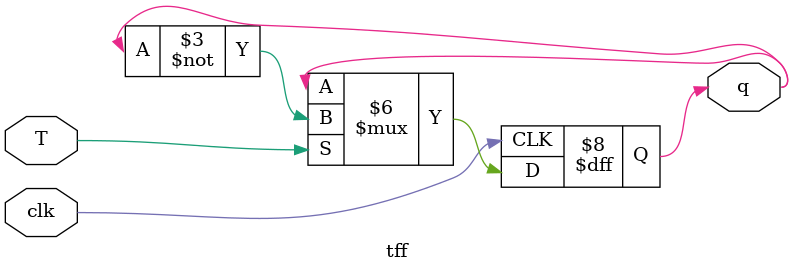
<source format=v>
module tff(T,clk,q);
  input T,clk;
  output reg q;
  initial q=0;
  always@(posedge clk)
    begin
    if(T==0)
      q<=q;
      else
        q<=~q;
    end
endmodule
  
        

</source>
